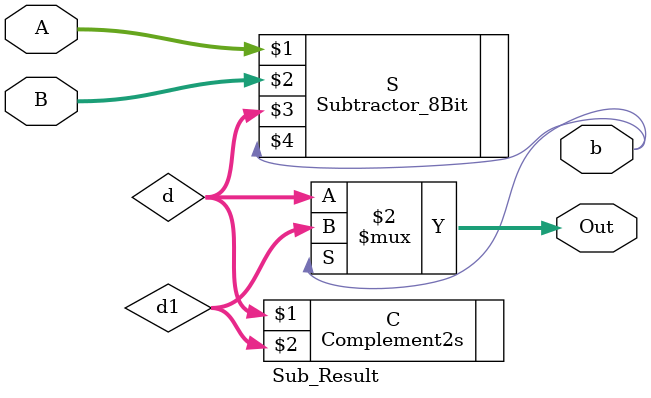
<source format=v>
`timescale 1ns / 1ps
module Sub_Result(

    input [7:0] A,
    input [7:0] B,
    output [7:0] Out,
	 output b
    );
	 
wire [7:0]d;
wire [7:0]d1;

Subtractor_8Bit S(A,B,d,b);
Complement2s C(d, d1);
assign Out=(b == 1'b1)?d1:d;
endmodule

</source>
